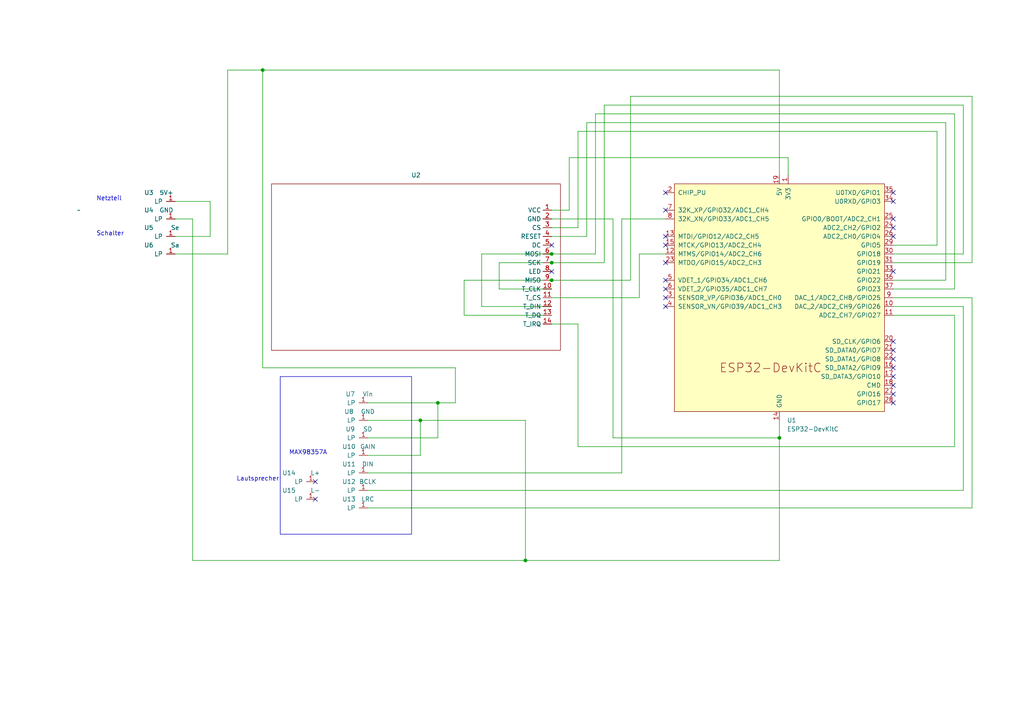
<source format=kicad_sch>
(kicad_sch (version 20230121) (generator eeschema)
  (paper "A4")
  (lib_symbols
    (symbol "!Goody:LP" (pin_names (offset 1.016))
      (property "Reference" "U" (at -6.35 8.89 0))
      (property "Value" "LP" (at -3.81 8.89 0))
      (symbol "LP_1_1"
        (pin passive line (at 0 0 270) (length 2.54) (name "LP") (number "1"))
      )
    )
    (symbol "Espressif:ESP32-DevKitC" (pin_names (offset 1.016))
      (property "Reference" "U" (at -30.48 38.1 0))
      (property "Value" "ESP32-DevKitC" (at -30.48 35.56 0))
      (symbol "ESP32-DevKitC_0_0"
        (text "ESP32-DevKitC" (at -2.54 -20.32 0) (effects (font (size 2.54 2.54))))
        (pin power_in line (at 0 -35.56 90) (length 2.54) (name "GND") (number "14"))
        (pin power_in line (at 0 35.56 270) (length 2.54) (name "5V") (number "19"))
      )
      (symbol "ESP32-DevKitC_0_1"
        (rectangle (start -30.48 33.02) (end 30.48 -33.02) (fill (type background)))
      )
      (symbol "ESP32-DevKitC_1_1"
        (pin power_in line (at 2.54 35.56 270) (length 2.54) (name "3V3") (number "1"))
        (pin bidirectional line (at 33.02 -2.54 180) (length 2.54) (name "DAC_2/ADC2_CH9/GPIO26") (number "10"))
        (pin bidirectional line (at 33.02 -5.08 180) (length 2.54) (name "ADC2_CH7/GPIO27") (number "11"))
        (pin bidirectional line (at -33.02 12.7 0) (length 2.54) (name "MTMS/GPIO14/ADC2_CH6") (number "12"))
        (pin bidirectional line (at -33.02 17.78 0) (length 2.54) (name "MTDI/GPIO12/ADC2_CH5") (number "13"))
        (pin bidirectional line (at -33.02 15.24 0) (length 2.54) (name "MTCK/GPIO13/ADC2_CH4") (number "15"))
        (pin bidirectional line (at 33.02 -20.32 180) (length 2.54) (name "SD_DATA2/GPIO9") (number "16"))
        (pin bidirectional line (at 33.02 -22.86 180) (length 2.54) (name "SD_DATA3/GPIO10") (number "17"))
        (pin bidirectional line (at 33.02 -25.4 180) (length 2.54) (name "CMD") (number "18"))
        (pin input line (at -33.02 30.48 0) (length 2.54) (name "CHIP_PU") (number "2"))
        (pin bidirectional line (at 33.02 -12.7 180) (length 2.54) (name "SD_CLK/GPIO6") (number "20"))
        (pin bidirectional line (at 33.02 -15.24 180) (length 2.54) (name "SD_DATA0/GPIO7") (number "21"))
        (pin bidirectional line (at 33.02 -17.78 180) (length 2.54) (name "SD_DATA1/GPIO8") (number "22"))
        (pin bidirectional line (at -33.02 10.16 0) (length 2.54) (name "MTDO/GPIO15/ADC2_CH3") (number "23"))
        (pin bidirectional line (at 33.02 20.32 180) (length 2.54) (name "ADC2_CH2/GPIO2") (number "24"))
        (pin bidirectional line (at 33.02 22.86 180) (length 2.54) (name "GPIO0/BOOT/ADC2_CH1") (number "25"))
        (pin bidirectional line (at 33.02 17.78 180) (length 2.54) (name "ADC2_CH0/GPIO4") (number "26"))
        (pin bidirectional line (at 33.02 -27.94 180) (length 2.54) (name "GPIO16") (number "27"))
        (pin bidirectional line (at 33.02 -30.48 180) (length 2.54) (name "GPIO17") (number "28"))
        (pin bidirectional line (at 33.02 15.24 180) (length 2.54) (name "GPIO5") (number "29"))
        (pin input line (at -33.02 0 0) (length 2.54) (name "SENSOR_VP/GPIO36/ADC1_CH0") (number "3"))
        (pin bidirectional line (at 33.02 12.7 180) (length 2.54) (name "GPIO18") (number "30"))
        (pin bidirectional line (at 33.02 10.16 180) (length 2.54) (name "GPIO19") (number "31"))
        (pin passive line (at 0 -35.56 90) (length 2.54) hide (name "GND") (number "32"))
        (pin bidirectional line (at 33.02 7.62 180) (length 2.54) (name "GPIO21") (number "33"))
        (pin bidirectional line (at 33.02 27.94 180) (length 2.54) (name "U0RXD/GPIO3") (number "34"))
        (pin bidirectional line (at 33.02 30.48 180) (length 2.54) (name "U0TXD/GPIO1") (number "35"))
        (pin bidirectional line (at 33.02 5.08 180) (length 2.54) (name "GPIO22") (number "36"))
        (pin bidirectional line (at 33.02 2.54 180) (length 2.54) (name "GPIO23") (number "37"))
        (pin passive line (at 0 -35.56 90) (length 2.54) hide (name "GND") (number "38"))
        (pin input line (at -33.02 -2.54 0) (length 2.54) (name "SENSOR_VN/GPIO39/ADC1_CH3") (number "4"))
        (pin input line (at -33.02 5.08 0) (length 2.54) (name "VDET_1/GPIO34/ADC1_CH6") (number "5"))
        (pin input line (at -33.02 2.54 0) (length 2.54) (name "VDET_2/GPIO35/ADC1_CH7") (number "6"))
        (pin bidirectional line (at -33.02 25.4 0) (length 2.54) (name "32K_XP/GPIO32/ADC1_CH4") (number "7"))
        (pin bidirectional line (at -33.02 22.86 0) (length 2.54) (name "32K_XN/GPIO33/ADC1_CH5") (number "8"))
        (pin bidirectional line (at 33.02 0 180) (length 2.54) (name "DAC_1/ADC2_CH8/GPIO25") (number "9"))
      )
    )
    (symbol "TFT2_8SPI_1"
      (property "Reference" "U" (at 0 0 0))
      (symbol "TFT2_8SPI_1_1_1"
        (rectangle (start 55.88 7.62) (end 139.7 -40.64))
        (pin input line (at 137.16 0 180) (length 2.54) (name "VCC") (number "1"))
        (pin input line (at 137.16 -22.86 180) (length 2.54) (name "T_CLK") (number "10"))
        (pin input line (at 137.16 -25.4 180) (length 2.54) (name "T_CS") (number "11"))
        (pin input line (at 137.16 -27.94 180) (length 2.54) (name "T_DIN") (number "12"))
        (pin input line (at 137.16 -30.48 180) (length 2.54) (name "T_DQ") (number "13"))
        (pin input line (at 137.16 -33.02 180) (length 2.54) (name "T_IRQ") (number "14"))
        (pin input line (at 137.16 -2.54 180) (length 2.54) (name "GND") (number "2"))
        (pin input line (at 137.16 -5.08 180) (length 2.54) (name "CS") (number "3"))
        (pin input line (at 137.16 -7.62 180) (length 2.54) (name "RESET") (number "4"))
        (pin input line (at 137.16 -10.16 180) (length 2.54) (name "DC") (number "5"))
        (pin input line (at 137.16 -12.7 180) (length 2.54) (name "MOSI") (number "6"))
        (pin input line (at 137.16 -15.24 180) (length 2.54) (name "SCK") (number "7"))
        (pin input line (at 137.16 -17.78 180) (length 2.54) (name "LED") (number "8"))
        (pin input line (at 137.16 -20.32 180) (length 2.54) (name "MISO") (number "9"))
      )
    )
  )
  (junction (at 226.06 127))
  (junction (at 121.92 121.92))
  (junction (at 160.02 76.2))
  (junction (at 76.2 20.32))
  (junction (at 152.4 162.56))
  (junction (at 160.02 81.28))
  (junction (at 160.02 73.66))
  (junction (at 127 116.84))
  (no_connect (at 259.08 68.58))
  (no_connect (at 193.04 86.36))
  (no_connect (at 259.08 99.06))
  (no_connect (at 259.08 109.22))
  (no_connect (at 91.44 139.7))
  (no_connect (at 193.04 60.96))
  (no_connect (at 259.08 116.84))
  (no_connect (at 259.08 104.14))
  (no_connect (at 259.08 111.76))
  (no_connect (at 193.04 55.88))
  (no_connect (at 193.04 76.2))
  (no_connect (at 259.08 55.88))
  (no_connect (at 259.08 58.42))
  (no_connect (at 259.08 66.04))
  (no_connect (at 259.08 101.6))
  (no_connect (at 193.04 68.58))
  (no_connect (at 160.02 71.12))
  (no_connect (at 193.04 71.12))
  (no_connect (at 259.08 63.5))
  (no_connect (at 193.04 88.9))
  (no_connect (at 160.02 78.74))
  (no_connect (at 91.44 144.78))
  (no_connect (at 193.04 81.28))
  (no_connect (at 259.08 106.68))
  (no_connect (at 259.08 78.74))
  (no_connect (at 193.04 83.82))
  (no_connect (at 259.08 114.3))
  (wire (pts (xy 55.88 162.56) (xy 55.88 63.5)))
  (wire (pts (xy 160.02 88.9) (xy 139.7 88.9)))
  (wire (pts (xy 160.02 76.2) (xy 175.26 76.2)))
  (wire (pts (xy 281.94 76.2) (xy 281.94 27.94)))
  (wire (pts (xy 152.4 121.92) (xy 152.4 162.56)))
  (wire (pts (xy 160.02 66.04) (xy 167.64 66.04)))
  (wire (pts (xy 66.04 20.32) (xy 66.04 73.66)))
  (wire (pts (xy 106.68 132.08) (xy 121.92 132.08)))
  (wire (pts (xy 276.86 129.54) (xy 167.64 129.54)))
  (wire (pts (xy 76.2 106.68) (xy 132.08 106.68)))
  (wire (pts (xy 180.34 137.16) (xy 106.68 137.16)))
  (wire (pts (xy 167.64 38.1) (xy 167.64 66.04)))
  (wire (pts (xy 139.7 73.66) (xy 160.02 73.66)))
  (wire (pts (xy 106.68 147.32) (xy 281.94 147.32)))
  (wire (pts (xy 121.92 121.92) (xy 152.4 121.92)))
  (wire (pts (xy 279.4 30.48) (xy 175.26 30.48)))
  (wire (pts (xy 279.4 88.9) (xy 279.4 142.24)))
  (wire (pts (xy 50.8 58.42) (xy 60.96 58.42)))
  (wire (pts (xy 259.08 91.44) (xy 276.86 91.44)))
  (wire (pts (xy 274.32 35.56) (xy 170.18 35.56)))
  (wire (pts (xy 160.02 63.5) (xy 177.8 63.5)))
  (wire (pts (xy 167.64 93.98) (xy 160.02 93.98)))
  (wire (pts (xy 259.08 76.2) (xy 281.94 76.2)))
  (wire (pts (xy 259.08 86.36) (xy 281.94 86.36)))
  (wire (pts (xy 226.06 20.32) (xy 76.2 20.32)))
  (wire (pts (xy 167.64 129.54) (xy 167.64 93.98)))
  (wire (pts (xy 139.7 88.9) (xy 139.7 73.66)))
  (wire (pts (xy 144.78 83.82) (xy 160.02 83.82)))
  (wire (pts (xy 259.08 81.28) (xy 274.32 81.28)))
  (wire (pts (xy 180.34 63.5) (xy 180.34 137.16)))
  (wire (pts (xy 106.68 127) (xy 127 127)))
  (wire (pts (xy 76.2 20.32) (xy 66.04 20.32)))
  (wire (pts (xy 144.78 76.2) (xy 160.02 76.2)))
  (wire (pts (xy 134.62 81.28) (xy 160.02 81.28)))
  (wire (pts (xy 228.6 45.72) (xy 228.6 50.8)))
  (wire (pts (xy 185.42 86.36) (xy 160.02 86.36)))
  (wire (pts (xy 279.4 73.66) (xy 279.4 30.48)))
  (wire (pts (xy 259.08 73.66) (xy 279.4 73.66)))
  (wire (pts (xy 271.78 38.1) (xy 167.64 38.1)))
  (wire (pts (xy 193.04 63.5) (xy 180.34 63.5)))
  (wire (pts (xy 170.18 68.58) (xy 160.02 68.58)))
  (wire (pts (xy 152.4 162.56) (xy 55.88 162.56)))
  (wire (pts (xy 144.78 76.2) (xy 144.78 83.82)))
  (wire (pts (xy 50.8 68.58) (xy 60.96 68.58)))
  (wire (pts (xy 127 127) (xy 127 116.84)))
  (wire (pts (xy 182.88 27.94) (xy 182.88 81.28)))
  (wire (pts (xy 106.68 121.92) (xy 121.92 121.92)))
  (wire (pts (xy 160.02 81.28) (xy 182.88 81.28)))
  (wire (pts (xy 281.94 27.94) (xy 182.88 27.94)))
  (wire (pts (xy 193.04 73.66) (xy 185.42 73.66)))
  (wire (pts (xy 134.62 81.28) (xy 134.62 91.44)))
  (wire (pts (xy 165.1 60.96) (xy 165.1 45.72)))
  (wire (pts (xy 271.78 71.12) (xy 271.78 38.1)))
  (wire (pts (xy 177.8 63.5) (xy 177.8 127)))
  (wire (pts (xy 226.06 162.56) (xy 152.4 162.56)))
  (wire (pts (xy 185.42 73.66) (xy 185.42 86.36)))
  (wire (pts (xy 259.08 88.9) (xy 279.4 88.9)))
  (wire (pts (xy 134.62 91.44) (xy 160.02 91.44)))
  (wire (pts (xy 259.08 83.82) (xy 276.86 83.82)))
  (wire (pts (xy 160.02 73.66) (xy 172.72 73.66)))
  (wire (pts (xy 175.26 30.48) (xy 175.26 76.2)))
  (wire (pts (xy 127 116.84) (xy 132.08 116.84)))
  (wire (pts (xy 279.4 142.24) (xy 106.68 142.24)))
  (wire (pts (xy 106.68 116.84) (xy 127 116.84)))
  (wire (pts (xy 226.06 127) (xy 226.06 162.56)))
  (wire (pts (xy 172.72 33.02) (xy 172.72 73.66)))
  (wire (pts (xy 66.04 73.66) (xy 50.8 73.66)))
  (wire (pts (xy 276.86 83.82) (xy 276.86 33.02)))
  (wire (pts (xy 50.8 63.5) (xy 55.88 63.5)))
  (wire (pts (xy 121.92 121.92) (xy 121.92 132.08)))
  (wire (pts (xy 132.08 106.68) (xy 132.08 116.84)))
  (wire (pts (xy 276.86 33.02) (xy 172.72 33.02)))
  (wire (pts (xy 60.96 58.42) (xy 60.96 68.58)))
  (wire (pts (xy 276.86 91.44) (xy 276.86 129.54)))
  (wire (pts (xy 281.94 86.36) (xy 281.94 147.32)))
  (wire (pts (xy 160.02 60.96) (xy 165.1 60.96)))
  (wire (pts (xy 76.2 20.32) (xy 76.2 106.68)))
  (wire (pts (xy 274.32 81.28) (xy 274.32 35.56)))
  (wire (pts (xy 170.18 35.56) (xy 170.18 68.58)))
  (wire (pts (xy 226.06 121.92) (xy 226.06 127)))
  (wire (pts (xy 165.1 45.72) (xy 228.6 45.72)))
  (wire (pts (xy 177.8 127) (xy 226.06 127)))
  (wire (pts (xy 259.08 71.12) (xy 271.78 71.12)))
  (wire (pts (xy 226.06 50.8) (xy 226.06 20.32)))
  (rectangle (start 81.28 109.22) (end 119.38 154.94))
  (text "Netzteil" (at 27.94 58.42 0) (effects (font (size 1.27 1.27)) (justify left bottom)))
  (text "Lautsprecher" (at 68.58 139.7 0) (effects (font (size 1.27 1.27)) (justify left bottom)))
  (text "Schalter" (at 27.94 68.58 0) (effects (font (size 1.27 1.27)) (justify left bottom)))
  (text "MAX98357A" (at 83.82 132.08 0) (effects (font (size 1.27 1.27)) (justify left bottom)))
  (symbol (lib_name "TFT2_8SPI_1") (lib_id "!Goody:TFT2_8SPI") (at 22.86 60.96 0) (unit 1)
    (property "Reference" "U2" (at 120.65 50.8 0))
    (property "Value" "~" (at 22.86 60.96 0))
    (property "Footprint" "tft_displays:2.8_tft_240x320_touch_sd_spi" (effects hide))
  )
  (symbol (lib_id "!Goody:LP") (at 106.68 142.24 270) (unit 1)
    (property "Reference" "U12" (at 101.219 139.7 90))
    (property "Value" "BCLK" (at 106.68 139.7 90))
    (property "Footprint" "!Goody:LP" (effects hide))
  )
  (symbol (lib_id "!Goody:LP") (at 106.68 121.92 270) (unit 1)
    (property "Reference" "U8" (at 101.219 119.38 90))
    (property "Value" "GND" (at 106.68 119.38 90))
    (property "Footprint" "!Goody:LP" (effects hide))
  )
  (symbol (lib_id "!Goody:LP") (at 106.68 137.16 270) (unit 1)
    (property "Reference" "U11" (at 101.219 134.62 90))
    (property "Value" "DIN" (at 106.68 134.62 90))
    (property "Footprint" "!Goody:LP" (effects hide))
  )
  (symbol (lib_id "!Goody:LP") (at 50.8 68.58 270) (unit 1)
    (property "Reference" "U5" (at 43.18 66.04 90))
    (property "Value" "Se" (at 50.8 66.04 90))
    (property "Footprint" "!Goody:LP" (effects hide))
  )
  (symbol (lib_id "!Goody:LP") (at 106.68 127 270) (unit 1)
    (property "Reference" "U9" (at 101.6 124.46 90))
    (property "Value" "SD" (at 106.68 124.46 90))
    (property "Footprint" "!Goody:LP" (effects hide))
  )
  (symbol (lib_id "Espressif:ESP32-DevKitC") (at 226.06 86.36 0) (unit 1)
    (property "Reference" "U1" (at 228.2541 121.92 0) (effects (justify left)))
    (property "Value" "ESP32-DevKitC" (at 228.2541 124.46 0) (effects (justify left)))
    (property "Footprint" "Espressif:ESP32-DevKitC" (effects hide))
    (property "Datasheet" "https://docs.espressif.com/projects/esp-idf/zh_CN/latest/esp32/hw-reference/esp32/get-started-devkitc.html" (effects hide))
  )
  (symbol (lib_id "!Goody:LP") (at 50.8 63.5 270) (unit 1)
    (property "Reference" "U4" (at 43.18 60.96 90))
    (property "Value" "GND" (at 48.26 60.96 90))
    (property "Footprint" "!Goody:LP" (effects hide))
  )
  (symbol (lib_id "!Goody:LP") (at 106.68 132.08 270) (unit 1)
    (property "Reference" "U10" (at 101.219 129.54 90))
    (property "Value" "GAIN" (at 106.68 129.54 90))
    (property "Footprint" "!Goody:LP" (effects hide))
  )
  (symbol (lib_id "!Goody:LP") (at 50.8 73.66 270) (unit 1)
    (property "Reference" "U6" (at 43.18 71.12 90))
    (property "Value" "Sa" (at 50.8 71.12 90))
    (property "Footprint" "!Goody:LP" (effects hide))
  )
  (symbol (lib_id "!Goody:LP") (at 106.68 147.32 270) (unit 1)
    (property "Reference" "U13" (at 101.219 144.78 90))
    (property "Value" "LRC" (at 106.68 144.78 90))
    (property "Footprint" "!Goody:LP" (effects hide))
  )
  (symbol (lib_id "!Goody:LP") (at 91.44 139.7 270) (unit 1)
    (property "Reference" "U14" (at 83.82 137.16 90))
    (property "Value" "L+" (at 91.44 137.16 90))
    (property "Footprint" "!Goody:LP" (effects hide))
  )
  (symbol (lib_id "!Goody:LP") (at 91.44 144.78 270) (unit 1)
    (property "Reference" "U15" (at 83.82 142.24 90))
    (property "Value" "L-" (at 91.44 142.24 90))
    (property "Footprint" "!Goody:LP" (effects hide))
  )
  (symbol (lib_id "!Goody:LP") (at 106.68 116.84 270) (unit 1)
    (property "Reference" "U7" (at 101.6 114.3 90))
    (property "Value" "Vin" (at 106.68 114.3 90))
    (property "Footprint" "!Goody:LP" (effects hide))
  )
  (symbol (lib_id "!Goody:LP") (at 50.8 58.42 270) (unit 1)
    (property "Reference" "U3" (at 43.18 55.88 90))
    (property "Value" "5V+" (at 48.26 55.88 90))
    (property "Footprint" "!Goody:LP" (effects hide))
  )
)
</source>
